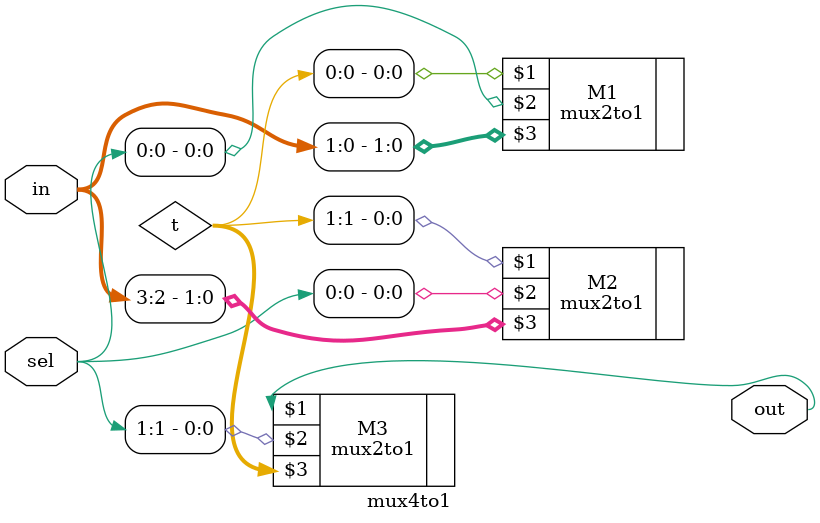
<source format=v>
`include "mux2to1.v"
module mux4to1(out,sel,in);
    input [3:0] in;
    input [1:0] sel;
    output out;
    wire [1:0] t; 

    mux2to1 M1 (t[0],sel[0],in[1:0]);
    mux2to1 M2 (t[1],sel[0],in[3:2]);
    mux2to1 M3 (out,sel[1],t[1:0]);
    //assign out = in[sel];
endmodule
</source>
